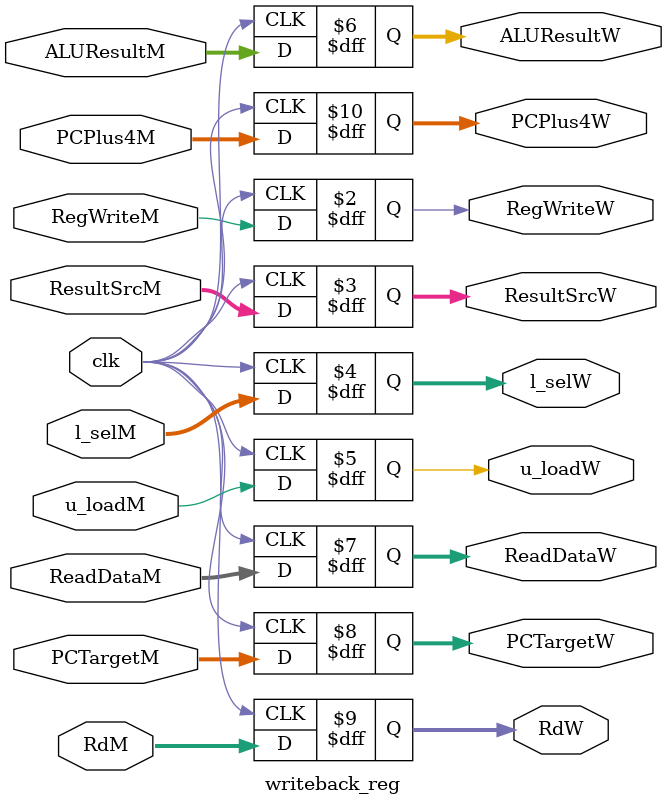
<source format=sv>

module writeback_reg
(
  input  logic        clk,

  // Control Signals
  input  logic        RegWriteM,
  input  logic  [1:0] ResultSrcM,
  input  logic  [1:0] l_selM,
  input  logic        u_loadM,

  output logic        RegWriteW,
  output logic  [1:0] ResultSrcW,
  output logic  [1:0] l_selW,
  output logic        u_loadW,

  // PC, Register Address, Data
  input  logic [31:0] ALUResultM,
  input  logic [31:0] ReadDataM,
  input  logic [31:0] PCTargetM,
  input  logic  [4:0] RdM,
  input  logic [31:0] PCPlus4M,

  output logic [31:0] ALUResultW,
  output logic [31:0] ReadDataW,
  output logic [31:0] PCTargetW,
  output logic  [4:0] RdW,
  output logic [31:0] PCPlus4W
);

  always_ff @(posedge clk) begin
    RegWriteW  <= RegWriteM;
    ResultSrcW <= ResultSrcM;
    l_selW     <= l_selM;
    u_loadW    <= u_loadM;
    ALUResultW <= ALUResultM;
    ReadDataW  <= ReadDataM;
    PCTargetW  <= PCTargetM;
    RdW        <= RdM;
    PCPlus4W   <= PCPlus4M;
  end

endmodule

</source>
